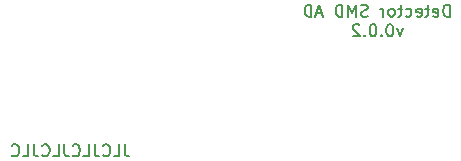
<source format=gbr>
G04 #@! TF.GenerationSoftware,KiCad,Pcbnew,5.1.10-88a1d61d58~90~ubuntu21.04.1*
G04 #@! TF.CreationDate,2021-08-24T09:46:03+02:00*
G04 #@! TF.ProjectId,Detector_SMD_AD,44657465-6374-46f7-925f-534d445f4144,rev?*
G04 #@! TF.SameCoordinates,Original*
G04 #@! TF.FileFunction,Legend,Bot*
G04 #@! TF.FilePolarity,Positive*
%FSLAX46Y46*%
G04 Gerber Fmt 4.6, Leading zero omitted, Abs format (unit mm)*
G04 Created by KiCad (PCBNEW 5.1.10-88a1d61d58~90~ubuntu21.04.1) date 2021-08-24 09:46:03*
%MOMM*%
%LPD*%
G01*
G04 APERTURE LIST*
%ADD10C,0.150000*%
%ADD11O,1.700000X1.700000*%
%ADD12R,1.700000X1.700000*%
%ADD13C,3.200000*%
%ADD14C,3.000000*%
%ADD15R,3.000000X3.000000*%
G04 APERTURE END LIST*
D10*
X76869047Y-55452380D02*
X76869047Y-56166666D01*
X76916666Y-56309523D01*
X77011904Y-56404761D01*
X77154761Y-56452380D01*
X77250000Y-56452380D01*
X75916666Y-56452380D02*
X76392857Y-56452380D01*
X76392857Y-55452380D01*
X75011904Y-56357142D02*
X75059523Y-56404761D01*
X75202380Y-56452380D01*
X75297619Y-56452380D01*
X75440476Y-56404761D01*
X75535714Y-56309523D01*
X75583333Y-56214285D01*
X75630952Y-56023809D01*
X75630952Y-55880952D01*
X75583333Y-55690476D01*
X75535714Y-55595238D01*
X75440476Y-55500000D01*
X75297619Y-55452380D01*
X75202380Y-55452380D01*
X75059523Y-55500000D01*
X75011904Y-55547619D01*
X74297619Y-55452380D02*
X74297619Y-56166666D01*
X74345238Y-56309523D01*
X74440476Y-56404761D01*
X74583333Y-56452380D01*
X74678571Y-56452380D01*
X73345238Y-56452380D02*
X73821428Y-56452380D01*
X73821428Y-55452380D01*
X72440476Y-56357142D02*
X72488095Y-56404761D01*
X72630952Y-56452380D01*
X72726190Y-56452380D01*
X72869047Y-56404761D01*
X72964285Y-56309523D01*
X73011904Y-56214285D01*
X73059523Y-56023809D01*
X73059523Y-55880952D01*
X73011904Y-55690476D01*
X72964285Y-55595238D01*
X72869047Y-55500000D01*
X72726190Y-55452380D01*
X72630952Y-55452380D01*
X72488095Y-55500000D01*
X72440476Y-55547619D01*
X71726190Y-55452380D02*
X71726190Y-56166666D01*
X71773809Y-56309523D01*
X71869047Y-56404761D01*
X72011904Y-56452380D01*
X72107142Y-56452380D01*
X70773809Y-56452380D02*
X71250000Y-56452380D01*
X71250000Y-55452380D01*
X69869047Y-56357142D02*
X69916666Y-56404761D01*
X70059523Y-56452380D01*
X70154761Y-56452380D01*
X70297619Y-56404761D01*
X70392857Y-56309523D01*
X70440476Y-56214285D01*
X70488095Y-56023809D01*
X70488095Y-55880952D01*
X70440476Y-55690476D01*
X70392857Y-55595238D01*
X70297619Y-55500000D01*
X70154761Y-55452380D01*
X70059523Y-55452380D01*
X69916666Y-55500000D01*
X69869047Y-55547619D01*
X69154761Y-55452380D02*
X69154761Y-56166666D01*
X69202380Y-56309523D01*
X69297619Y-56404761D01*
X69440476Y-56452380D01*
X69535714Y-56452380D01*
X68202380Y-56452380D02*
X68678571Y-56452380D01*
X68678571Y-55452380D01*
X67297619Y-56357142D02*
X67345238Y-56404761D01*
X67488095Y-56452380D01*
X67583333Y-56452380D01*
X67726190Y-56404761D01*
X67821428Y-56309523D01*
X67869047Y-56214285D01*
X67916666Y-56023809D01*
X67916666Y-55880952D01*
X67869047Y-55690476D01*
X67821428Y-55595238D01*
X67726190Y-55500000D01*
X67583333Y-55452380D01*
X67488095Y-55452380D01*
X67345238Y-55500000D01*
X67297619Y-55547619D01*
X104369047Y-44627380D02*
X104369047Y-43627380D01*
X104130952Y-43627380D01*
X103988095Y-43675000D01*
X103892857Y-43770238D01*
X103845238Y-43865476D01*
X103797619Y-44055952D01*
X103797619Y-44198809D01*
X103845238Y-44389285D01*
X103892857Y-44484523D01*
X103988095Y-44579761D01*
X104130952Y-44627380D01*
X104369047Y-44627380D01*
X102988095Y-44579761D02*
X103083333Y-44627380D01*
X103273809Y-44627380D01*
X103369047Y-44579761D01*
X103416666Y-44484523D01*
X103416666Y-44103571D01*
X103369047Y-44008333D01*
X103273809Y-43960714D01*
X103083333Y-43960714D01*
X102988095Y-44008333D01*
X102940476Y-44103571D01*
X102940476Y-44198809D01*
X103416666Y-44294047D01*
X102654761Y-43960714D02*
X102273809Y-43960714D01*
X102511904Y-43627380D02*
X102511904Y-44484523D01*
X102464285Y-44579761D01*
X102369047Y-44627380D01*
X102273809Y-44627380D01*
X101559523Y-44579761D02*
X101654761Y-44627380D01*
X101845238Y-44627380D01*
X101940476Y-44579761D01*
X101988095Y-44484523D01*
X101988095Y-44103571D01*
X101940476Y-44008333D01*
X101845238Y-43960714D01*
X101654761Y-43960714D01*
X101559523Y-44008333D01*
X101511904Y-44103571D01*
X101511904Y-44198809D01*
X101988095Y-44294047D01*
X100654761Y-44579761D02*
X100750000Y-44627380D01*
X100940476Y-44627380D01*
X101035714Y-44579761D01*
X101083333Y-44532142D01*
X101130952Y-44436904D01*
X101130952Y-44151190D01*
X101083333Y-44055952D01*
X101035714Y-44008333D01*
X100940476Y-43960714D01*
X100750000Y-43960714D01*
X100654761Y-44008333D01*
X100369047Y-43960714D02*
X99988095Y-43960714D01*
X100226190Y-43627380D02*
X100226190Y-44484523D01*
X100178571Y-44579761D01*
X100083333Y-44627380D01*
X99988095Y-44627380D01*
X99511904Y-44627380D02*
X99607142Y-44579761D01*
X99654761Y-44532142D01*
X99702380Y-44436904D01*
X99702380Y-44151190D01*
X99654761Y-44055952D01*
X99607142Y-44008333D01*
X99511904Y-43960714D01*
X99369047Y-43960714D01*
X99273809Y-44008333D01*
X99226190Y-44055952D01*
X99178571Y-44151190D01*
X99178571Y-44436904D01*
X99226190Y-44532142D01*
X99273809Y-44579761D01*
X99369047Y-44627380D01*
X99511904Y-44627380D01*
X98750000Y-44627380D02*
X98750000Y-43960714D01*
X98750000Y-44151190D02*
X98702380Y-44055952D01*
X98654761Y-44008333D01*
X98559523Y-43960714D01*
X98464285Y-43960714D01*
X97416666Y-44579761D02*
X97273809Y-44627380D01*
X97035714Y-44627380D01*
X96940476Y-44579761D01*
X96892857Y-44532142D01*
X96845238Y-44436904D01*
X96845238Y-44341666D01*
X96892857Y-44246428D01*
X96940476Y-44198809D01*
X97035714Y-44151190D01*
X97226190Y-44103571D01*
X97321428Y-44055952D01*
X97369047Y-44008333D01*
X97416666Y-43913095D01*
X97416666Y-43817857D01*
X97369047Y-43722619D01*
X97321428Y-43675000D01*
X97226190Y-43627380D01*
X96988095Y-43627380D01*
X96845238Y-43675000D01*
X96416666Y-44627380D02*
X96416666Y-43627380D01*
X96083333Y-44341666D01*
X95750000Y-43627380D01*
X95750000Y-44627380D01*
X95273809Y-44627380D02*
X95273809Y-43627380D01*
X95035714Y-43627380D01*
X94892857Y-43675000D01*
X94797619Y-43770238D01*
X94750000Y-43865476D01*
X94702380Y-44055952D01*
X94702380Y-44198809D01*
X94750000Y-44389285D01*
X94797619Y-44484523D01*
X94892857Y-44579761D01*
X95035714Y-44627380D01*
X95273809Y-44627380D01*
X93559523Y-44341666D02*
X93083333Y-44341666D01*
X93654761Y-44627380D02*
X93321428Y-43627380D01*
X92988095Y-44627380D01*
X92654761Y-44627380D02*
X92654761Y-43627380D01*
X92416666Y-43627380D01*
X92273809Y-43675000D01*
X92178571Y-43770238D01*
X92130952Y-43865476D01*
X92083333Y-44055952D01*
X92083333Y-44198809D01*
X92130952Y-44389285D01*
X92178571Y-44484523D01*
X92273809Y-44579761D01*
X92416666Y-44627380D01*
X92654761Y-44627380D01*
X100392857Y-45610714D02*
X100154761Y-46277380D01*
X99916666Y-45610714D01*
X99345238Y-45277380D02*
X99250000Y-45277380D01*
X99154761Y-45325000D01*
X99107142Y-45372619D01*
X99059523Y-45467857D01*
X99011904Y-45658333D01*
X99011904Y-45896428D01*
X99059523Y-46086904D01*
X99107142Y-46182142D01*
X99154761Y-46229761D01*
X99250000Y-46277380D01*
X99345238Y-46277380D01*
X99440476Y-46229761D01*
X99488095Y-46182142D01*
X99535714Y-46086904D01*
X99583333Y-45896428D01*
X99583333Y-45658333D01*
X99535714Y-45467857D01*
X99488095Y-45372619D01*
X99440476Y-45325000D01*
X99345238Y-45277380D01*
X98583333Y-46182142D02*
X98535714Y-46229761D01*
X98583333Y-46277380D01*
X98630952Y-46229761D01*
X98583333Y-46182142D01*
X98583333Y-46277380D01*
X97916666Y-45277380D02*
X97821428Y-45277380D01*
X97726190Y-45325000D01*
X97678571Y-45372619D01*
X97630952Y-45467857D01*
X97583333Y-45658333D01*
X97583333Y-45896428D01*
X97630952Y-46086904D01*
X97678571Y-46182142D01*
X97726190Y-46229761D01*
X97821428Y-46277380D01*
X97916666Y-46277380D01*
X98011904Y-46229761D01*
X98059523Y-46182142D01*
X98107142Y-46086904D01*
X98154761Y-45896428D01*
X98154761Y-45658333D01*
X98107142Y-45467857D01*
X98059523Y-45372619D01*
X98011904Y-45325000D01*
X97916666Y-45277380D01*
X97154761Y-46182142D02*
X97107142Y-46229761D01*
X97154761Y-46277380D01*
X97202380Y-46229761D01*
X97154761Y-46182142D01*
X97154761Y-46277380D01*
X96726190Y-45372619D02*
X96678571Y-45325000D01*
X96583333Y-45277380D01*
X96345238Y-45277380D01*
X96250000Y-45325000D01*
X96202380Y-45372619D01*
X96154761Y-45467857D01*
X96154761Y-45563095D01*
X96202380Y-45705952D01*
X96773809Y-46277380D01*
X96154761Y-46277380D01*
%LPC*%
D11*
X107000000Y-53830000D03*
X107000000Y-51290000D03*
X107000000Y-48750000D03*
D12*
X107000000Y-46210000D03*
D13*
X105000000Y-60000000D03*
X105000000Y-40000000D03*
X45000000Y-50000000D03*
D14*
X57580000Y-40000000D03*
D15*
X52500000Y-40000000D03*
D14*
X52420000Y-60000000D03*
D15*
X57500000Y-60000000D03*
M02*

</source>
